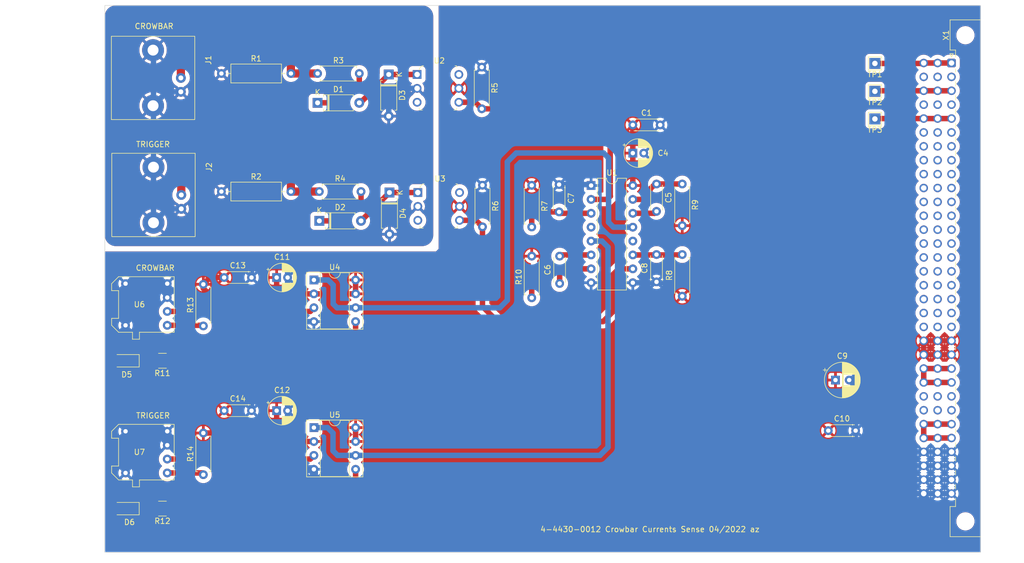
<source format=kicad_pcb>
(kicad_pcb (version 20221018) (generator pcbnew)

  (general
    (thickness 1.6)
  )

  (paper "A4")
  (layers
    (0 "F.Cu" signal)
    (31 "B.Cu" signal)
    (32 "B.Adhes" user "B.Adhesive")
    (33 "F.Adhes" user "F.Adhesive")
    (34 "B.Paste" user)
    (35 "F.Paste" user)
    (36 "B.SilkS" user "B.Silkscreen")
    (37 "F.SilkS" user "F.Silkscreen")
    (38 "B.Mask" user)
    (39 "F.Mask" user)
    (40 "Dwgs.User" user "User.Drawings")
    (41 "Cmts.User" user "User.Comments")
    (42 "Eco1.User" user "User.Eco1")
    (43 "Eco2.User" user "User.Eco2")
    (44 "Edge.Cuts" user)
    (45 "Margin" user)
    (46 "B.CrtYd" user "B.Courtyard")
    (47 "F.CrtYd" user "F.Courtyard")
    (48 "B.Fab" user)
    (49 "F.Fab" user)
    (50 "User.1" user)
    (51 "User.2" user)
    (52 "User.3" user)
    (53 "User.4" user)
    (54 "User.5" user)
    (55 "User.6" user)
    (56 "User.7" user)
    (57 "User.8" user)
    (58 "User.9" user)
  )

  (setup
    (stackup
      (layer "F.SilkS" (type "Top Silk Screen"))
      (layer "F.Paste" (type "Top Solder Paste"))
      (layer "F.Mask" (type "Top Solder Mask") (thickness 0.01))
      (layer "F.Cu" (type "copper") (thickness 0.035))
      (layer "dielectric 1" (type "core") (thickness 1.51) (material "FR4") (epsilon_r 4.5) (loss_tangent 0.02))
      (layer "B.Cu" (type "copper") (thickness 0.035))
      (layer "B.Mask" (type "Bottom Solder Mask") (thickness 0.01))
      (layer "B.Paste" (type "Bottom Solder Paste"))
      (layer "B.SilkS" (type "Bottom Silk Screen"))
      (copper_finish "None")
      (dielectric_constraints no)
    )
    (pad_to_mask_clearance 0)
    (pcbplotparams
      (layerselection 0x00010fc_ffffffff)
      (plot_on_all_layers_selection 0x0000000_00000000)
      (disableapertmacros false)
      (usegerberextensions false)
      (usegerberattributes true)
      (usegerberadvancedattributes true)
      (creategerberjobfile true)
      (dashed_line_dash_ratio 12.000000)
      (dashed_line_gap_ratio 3.000000)
      (svgprecision 6)
      (plotframeref false)
      (viasonmask false)
      (mode 1)
      (useauxorigin false)
      (hpglpennumber 1)
      (hpglpenspeed 20)
      (hpglpendiameter 15.000000)
      (dxfpolygonmode true)
      (dxfimperialunits true)
      (dxfusepcbnewfont true)
      (psnegative false)
      (psa4output false)
      (plotreference true)
      (plotvalue true)
      (plotinvisibletext false)
      (sketchpadsonfab false)
      (subtractmaskfromsilk false)
      (outputformat 1)
      (mirror false)
      (drillshape 1)
      (scaleselection 1)
      (outputdirectory "")
    )
  )

  (net 0 "")
  (net 1 "+5V")
  (net 2 "GND")
  (net 3 "Net-(U1A-1CxRx)")
  (net 4 "GND1")
  (net 5 "Net-(U1A-1Cx)")
  (net 6 "Net-(U1B-2CxRx)")
  (net 7 "Net-(U1B-2Cx)")
  (net 8 "Net-(U1A-1R)")
  (net 9 "Net-(U1B-2R)")
  (net 10 "Net-(D1-K)")
  (net 11 "Net-(D1-A)")
  (net 12 "Net-(D2-K)")
  (net 13 "Net-(D2-A)")
  (net 14 "Net-(D5-K)")
  (net 15 "Net-(D6-K)")
  (net 16 "Net-(J1-In)")
  (net 17 "Net-(J2-In)")
  (net 18 "Net-(U1A-1B)")
  (net 19 "Net-(U1B-2B)")
  (net 20 "Net-(U4-2Y)")
  (net 21 "Net-(U5-2Y)")
  (net 22 "Net-(U6-ANODE)")
  (net 23 "Net-(U7-ANODE)")
  (net 24 "unconnected-(U1A-1Q-Pad4)")
  (net 25 "Net-(U5-1A)")
  (net 26 "unconnected-(U1B-2Q-Pad12)")
  (net 27 "Net-(U4-1A)")
  (net 28 "Net-(U4-1Y)")
  (net 29 "unconnected-(U2-Pad3)")
  (net 30 "unconnected-(U2-Pad6)")
  (net 31 "unconnected-(U3-Pad3)")
  (net 32 "unconnected-(U3-Pad6)")
  (net 33 "Net-(U5-1Y)")
  (net 34 "unconnected-(X1-Pada2)")
  (net 35 "unconnected-(X1-Pada4)")
  (net 36 "unconnected-(X1-Pada6)")
  (net 37 "unconnected-(X1-Pada7)")
  (net 38 "unconnected-(X1-Pada8)")
  (net 39 "unconnected-(X1-Pada9)")
  (net 40 "unconnected-(X1-Pada10)")
  (net 41 "unconnected-(X1-Pada11)")
  (net 42 "unconnected-(X1-Pada12)")
  (net 43 "unconnected-(X1-Pada13)")
  (net 44 "unconnected-(X1-Pada14)")
  (net 45 "unconnected-(X1-Pada15)")
  (net 46 "unconnected-(X1-Pada16)")
  (net 47 "unconnected-(X1-Pada17)")
  (net 48 "unconnected-(X1-Pada18)")
  (net 49 "unconnected-(X1-Pada19)")
  (net 50 "unconnected-(X1-Pada20)")
  (net 51 "+15V")
  (net 52 "unconnected-(X1-Pada25)")
  (net 53 "unconnected-(X1-Pada26)")
  (net 54 "+24V")
  (net 55 "unconnected-(X1-Padb2)")
  (net 56 "unconnected-(X1-Padb4)")
  (net 57 "unconnected-(X1-Padb6)")
  (net 58 "unconnected-(X1-Padb7)")
  (net 59 "unconnected-(X1-Padb8)")
  (net 60 "unconnected-(X1-Padb9)")
  (net 61 "unconnected-(X1-Padb10)")
  (net 62 "unconnected-(X1-Padb11)")
  (net 63 "unconnected-(X1-Padb12)")
  (net 64 "unconnected-(X1-Padb13)")
  (net 65 "unconnected-(X1-Padb14)")
  (net 66 "unconnected-(X1-Padb15)")
  (net 67 "unconnected-(X1-Padb16)")
  (net 68 "unconnected-(X1-Padb17)")
  (net 69 "unconnected-(X1-Padb18)")
  (net 70 "unconnected-(X1-Padb19)")
  (net 71 "unconnected-(X1-Padb20)")
  (net 72 "unconnected-(X1-Padb25)")
  (net 73 "unconnected-(X1-Padb26)")
  (net 74 "unconnected-(X1-Padc2)")
  (net 75 "unconnected-(X1-Padc4)")
  (net 76 "unconnected-(X1-Padc6)")
  (net 77 "unconnected-(X1-Padc7)")
  (net 78 "unconnected-(X1-Padc8)")
  (net 79 "unconnected-(X1-Padc9)")
  (net 80 "unconnected-(X1-Padc10)")
  (net 81 "unconnected-(X1-Padc11)")
  (net 82 "unconnected-(X1-Padc12)")
  (net 83 "unconnected-(X1-Padc13)")
  (net 84 "unconnected-(X1-Padc14)")
  (net 85 "unconnected-(X1-Padc15)")
  (net 86 "unconnected-(X1-Padc16)")
  (net 87 "unconnected-(X1-Padc17)")
  (net 88 "unconnected-(X1-Padc18)")
  (net 89 "unconnected-(X1-Padc19)")
  (net 90 "unconnected-(X1-Padc20)")
  (net 91 "unconnected-(X1-Padc25)")
  (net 92 "unconnected-(X1-Padc26)")
  (net 93 "/T1")
  (net 94 "/T3")
  (net 95 "/T5")

  (footprint "Resistor_THT:R_Axial_DIN0207_L6.3mm_D2.5mm_P7.62mm_Horizontal" (layer "F.Cu") (at 89.19 69.03))

  (footprint "my_library:BNC_amphenol_TH" (layer "F.Cu") (at 50 68.38 90))

  (footprint "Capacitor_THT:C_Disc_D4.3mm_W1.9mm_P5.00mm" (layer "F.Cu") (at 182.182379 112.75))

  (footprint "Resistor_THT:R_Axial_DIN0207_L6.3mm_D2.5mm_P7.62mm_Horizontal" (layer "F.Cu") (at 155.5 67.65 -90))

  (footprint "Resistor_THT:R_Axial_DIN0309_L9.0mm_D3.2mm_P12.70mm_Horizontal" (layer "F.Cu") (at 71.3 69.03))

  (footprint "my_library:Versatile_Link" (layer "F.Cu") (at 56.325 123.0325 180))

  (footprint "Capacitor_THT:C_Disc_D4.3mm_W1.9mm_P5.00mm" (layer "F.Cu") (at 150.8 85.55 90))

  (footprint "Resistor_THT:R_Axial_DIN0207_L6.3mm_D2.5mm_P7.62mm_Horizontal" (layer "F.Cu") (at 128 67.89 -90))

  (footprint "TestPoint:TestPoint_THTPad_2.0x2.0mm_Drill1.0mm" (layer "F.Cu") (at 190.7 45.6 180))

  (footprint "TestPoint:TestPoint_THTPad_2.0x2.0mm_Drill1.0mm" (layer "F.Cu") (at 190.7 55.75 180))

  (footprint "Resistor_THT:R_Axial_DIN0309_L9.0mm_D3.2mm_P12.70mm_Horizontal" (layer "F.Cu") (at 71.3 47.44))

  (footprint "Capacitor_THT:C_Disc_D4.3mm_W1.9mm_P5.00mm" (layer "F.Cu") (at 133.1 85.84 90))

  (footprint "Capacitor_THT:C_Disc_D4.3mm_W1.9mm_P5.00mm" (layer "F.Cu") (at 71.8 109.1))

  (footprint "my_library:Versatile_Link" (layer "F.Cu") (at 56.325 96.0325 180))

  (footprint "Capacitor_THT:C_Disc_D4.3mm_W1.9mm_P5.00mm" (layer "F.Cu") (at 146.47 56.8452))

  (footprint "Capacitor_THT:C_Disc_D4.3mm_W1.9mm_P5.00mm" (layer "F.Cu") (at 71.8 84.75))

  (footprint "Capacitor_THT:C_Disc_D4.3mm_W1.9mm_P5.00mm" (layer "F.Cu") (at 150.8 67.65 -90))

  (footprint "Package_DIP:DIP-8_W7.62mm_Socket" (layer "F.Cu") (at 88.2 85.2))

  (footprint "Resistor_THT:R_Axial_DIN0207_L6.3mm_D2.5mm_P7.62mm_Horizontal" (layer "F.Cu") (at 128 88.46 90))

  (footprint "Resistor_THT:R_Axial_DIN0207_L6.3mm_D2.5mm_P7.62mm_Horizontal" (layer "F.Cu") (at 68 120.81 90))

  (footprint "LED_SMD:LED_1206_3216Metric_Pad1.42x1.75mm_HandSolder" (layer "F.Cu") (at 53.8226 99.9744 180))

  (footprint "my_library:BNC_amphenol_TH" (layer "F.Cu") (at 49.922 46.98 90))

  (footprint "Diode_THT:D_A-405_P7.62mm_Horizontal" (layer "F.Cu") (at 89.19 74.39))

  (footprint "Capacitor_THT:CP_Radial_D5.0mm_P2.00mm" (layer "F.Cu") (at 146.47 62))

  (footprint "Package_DIP:DIP-16_W7.62mm" (layer "F.Cu") (at 138.85 67.925))

  (footprint "digikey-footprints:DIP-6_W7.62mm" (layer "F.Cu") (at 107.19 69.21))

  (footprint "LED_SMD:LED_1206_3216Metric_Pad1.42x1.75mm_HandSolder" (layer "F.Cu") (at 53.8226 127.010668 180))

  (footprint "Package_DIP:DIP-8_W7.62mm_Socket" (layer "F.Cu") (at 88.2 112.2))

  (footprint "Capacitor_THT:C_Disc_D4.3mm_W1.9mm_P5.00mm" (layer "F.Cu") (at 133 67.75 -90))

  (footprint "Capacitor_THT:CP_Radial_D6.3mm_P2.50mm" (layer "F.Cu") (at 183.5 103.5))

  (footprint "Diode_THT:D_A-405_P7.62mm_Horizontal" (layer "F.Cu") (at 101.872 47.62 -90))

  (footprint "Resistor_THT:R_Axial_DIN0207_L6.3mm_D2.5mm_P7.62mm_Horizontal" (layer "F.Cu") (at 155.5 88.17 90))

  (footprint "digikey-footprints:DIP-6_W7.62mm" (layer "F.Cu") (at 107.062 47.62))

  (footprint "Diode_THT:D_A-405_P7.62mm_Horizontal" (layer "F.Cu") (at 88.872 52.8))

  (footprint "Capacitor_THT:CP_Radial_D5.0mm_P2.00mm" (layer "F.Cu")
    (tstamp c0c3e2b6-4759-48ec-95b1-882d85817a23)
    (at 81.394888 109.1)
    (descr "CP, Radial series, Radial, pin pitch=2.00mm, , diameter=5mm, Electrolytic Capacitor")
    (tags "CP Radial series Radial pin pitch 2.00mm  diameter 5mm Electrolytic Capacitor")
    (property "Sheetfile" "47_Crowbar_current_sense_V2.kicad_sch")
    (property "Sheetname" "")
    (path "/a560f403-c7e0-4d97-9b6c-c5351bebb237")
    (attr through_hole)
    (fp_text reference "C12" (at 1 -3.75) (layer "F.SilkS")
        (effects (font (size 1 1) (thickness 0.15)))
      (tstamp d7fccf28-3bfa-4b51-bf91-5d4755a0686e)
    )
    (fp_text value "1u" (at 1 3.75) (layer "F.Fab")
        (effects (font (size 1 1) (thickness 0.15)))
      (tstamp a0af1aa5-82ff-4825-8836-86496e7db65f)
    )
    (fp_text user "${REFERENCE}" (at 1 0) (layer "F.Fab")
        (effects (font (size 1 1) (thickness 0.15)))
      (tstamp f22aae5d-f6eb-438b-9ba4-dcb7ba01f85f)
    )
    (fp_line (start -1.804775 -1.475) (end -1.304775 -1.475)
      (stroke (width 0.12) (type solid)) (layer "F.SilkS") (tstamp 9b84db75-decc-418f-80b8-9703cc547aae))
    (fp_line (start -1.554775 -1.725) (end -1.554775 -1.225)
      (stroke (width 0.12) (type solid)) (layer "F.SilkS") (tstamp 4e944601-14c5-4478-a9d6-8d2ad19dcc43))
    (fp_line (start 1 -2.58) (end 1 -1.04)
      (stroke (width 0.12) (type solid)) (layer "F.SilkS") (tstamp b5b863ac-a506-4b3e-baa9-6daff41ac83f))
    (fp_line (start 1 1.04) (end 1 2.58)
      (stroke (width 0.12) (type solid)) (layer "F.SilkS") (tstamp 75f982a1-6ab8-4209-a4a8-58e41c3ce9c1))
    (fp_line (start 1.04 -2.58) (end 1.04 -1.04)
      (stroke (width 0.12) (type solid)) (layer "F.SilkS") (tstamp 946b1da9-be3d-46a5-8490-1a85862f3b88))
    (fp_line (start 1.04 1.04) (end 1.04 2.58)
      (stroke (width 0.12) (type solid)) (layer "F.SilkS") (tstamp ad541cb2-f097-4769-b1c0-c1cca23ca9bd))
    (fp_line (start 1.08 -2.579) (end 1.08 -1.04)
      (stroke (width 0.12) (type solid)) (layer "F.SilkS") (tstamp 7badec54-dd0c-405a-acf1-25eff9460213))
    (fp_line (start 1.08 1.04) (end 1.08 2.579)
      (stroke (width 0.12) (type solid)) (layer "F.SilkS") (tstamp ec1c193f-86ec-48fc-a26b-de8201d681ac))
    (fp_line (start 1.12 -2.578) (end 1.12 -1.04)
      (stroke (width 0.12) (type solid)) (layer "F.SilkS") (tstamp 077985bd-c8a6-43b8-af30-1141a8334306))
    (fp_line (start 1.12 1.04) (end 1.12 2.578)
      (stroke (width 0.12) (type solid)) (layer "F.SilkS") (tstamp 3c3e78d8-62d7-4020-ae7c-c489234b27d5))
    (fp_line (start 1.16 -2.576) (end 1.16 -1.04)
      (stroke (width 0.12) (type solid)) (layer "F.SilkS") (tstamp 9caefee8-6dcd-4815-b6e5-c75999fb9c90))
    (fp_line (start 1.16 1.04) (end 1.16 2.576)
      (stroke (width 0.12) (type solid)) (layer "F.SilkS") (tstamp 977371ef-232c-40b3-8805-7fed7909b206))
    (fp_line (start 1.2 -2.573) (end 1.2 -1.04)
      (stroke (width 0.12) (type solid)) (layer "F.SilkS") (tstamp e3877396-3ff6-4b1d-9715-0d1a70961579))
    (fp_line (start 1.2 1.04) (end 1.2 2.573)
      (stroke (width 0.12) (type solid)) (layer "F.SilkS") (tstamp f094eb5d-05c7-4c16-84d0-9d4665317bfb))
    (fp_line (start 1.24 -2.569) (end 1.24 -1.04)
      (stroke (width 0.12) (type solid)) (layer "F.SilkS") (tstamp 4ff71e44-dddb-450e-9f6f-fe3947968fd4))
    (fp_line (start 1.24 1.04) (end 1.24 2.569)
      (stroke (width 0.12) (type solid)) (layer "F.SilkS") (tstamp 138f5600-7fba-4219-9f21-9ce4066a1d82))
    (fp_line (start 1.28 -2.565) (end 1.28 -1.04)
      (stroke (width 0.12) (type solid)) (layer "F.SilkS") (tstamp b5691874-e380-4013-b466-13948504ae2f))
    (fp_line (start 1.28 1.04) (end 1.28 2.565)
      (stroke (width 0.12) (type solid)) (layer "F.SilkS") (tstamp 5b86cb50-e2ef-475e-93e3-77fea6b5a690))
    (fp_line (start 1.32 -2.561) (end 1.32 -1.04)
      (stroke (width 0.12) (type solid)) (layer "F.SilkS") (tstamp 7167e0fb-15b0-446d-969c-ecf63e50097d))
    (fp_line (start 1.32 1.04) (end 1.32 2.561)
      (stroke (width 0.12) (type solid)) (layer "F.SilkS") (tstamp c25b90aa-c787-46a1-8b80-e5b9fd45039a))
    (fp_line (start 1.36 -2.556) (end 1.36 -1.04)
      (stroke (width 0.12) (type solid)) (layer "F.SilkS") (tstamp 1cd08355-701e-4fba-886f-d48517dcccf5))
    (fp_line (start 1.36 1.04) (end 1.36 2.556)
      (stroke (width 0.12) (type solid)) (layer "F.SilkS") (tstamp 2f8dfa45-14b0-4de4-b3b0-e7b73da81a0a))
    (fp_line (start 1.4 -2.55) (end 1.4 -1.04)
      (stroke (width 0.12) (type solid)) (layer "F.SilkS") (tstamp 84282cc7-416d-48c2-ae9f-c0149b35065e))
    (fp_line (start 1.4 1.04) (end 1.4 2.55)
      (stroke (width 0.12) (type solid)) (layer "F.SilkS") (tstamp eb79b938-dc23-4503-beb0-3634b653c9e4))
    (fp_line (start 1.44 -2.543) (end 1.44 -1.04)
      (stroke (width 0.12) (type solid)) (layer "F.SilkS") (tstamp c2f8c49f-d49f-49e2-940a-a7b9765ffdf0))
    (fp_line (start 1.44 1.04) (end 1.44 2.543)
      (stroke (width 0.12) (type solid)) (layer "F.SilkS") (tstamp 2be498d5-e7b2-4098-b853-d60412f65c3b))
    (fp_line (start 1.48 -2.536) (end 1.48 -1.04)
      (stroke (width 0.12) (type solid)) (layer "F.SilkS") (tstamp 24fbbd33-4896-414c-ba79-167809dd0e90))
    (fp_line (start 1.48 1.04) (end 1.48 2.536)
      (stroke (width 0.12) (type solid)) (layer "F.SilkS") (tstamp a281de60-7af0-498c-be0b-24572e88b490))
    (fp_line (start 1.52 -2.528) (end 1.52 -1.04)
      (stroke (width 0.12) (type solid)) (layer "F.SilkS") (tstamp 1b8d5810-67b5-41f5-a4e9-e6c2cc9fec50))
    (fp_line (start 1.52 1.04) (end 1.52 2.528)
      (stroke (width 0.12) (type solid)) (layer "F.SilkS") (tstamp c9dc1467-f8a9-424e-ab40-9eace7cb7fbb))
    (fp_line (start 1.56 -2.52) (end 1.56 -1.04)
      (stroke (width 0.12) (type solid)) (layer "F.SilkS") (tstamp 504b138d-cda6-48ea-a44b-2c0d0cf874fc))
    (fp_line (start 1.56 1.04) (end 1.56 2.52)
      (stroke (width 0.12) (type solid)) (layer "F.SilkS") (tstamp d90db84e-7df3-4d1b-b263-27f7c3991121))
    (fp_line (start 1.6 -2.511) (end 1.6 -1.04)
      (stroke (width 0.12) (type solid)) (layer "F.SilkS") (tstamp d52775ee-dd56-474f-8b5c-c66029880e5c))
    (fp_line (start 1.6 1.04) (end 1.6 2.511)
      (stroke (width 0.12) (type solid)) (layer "F.SilkS") (tstamp 2aa21f9e-73e7-40d1-a630-0290bc6939b1))
    (fp_line (start 1.64 -2.501) (end 1.64 -1.04)
      (stroke (width 0.12) (type solid)) (layer "F.SilkS") (tstamp 7ca09fd4-d48a-436a-8dbe-2bf5119efecb))
    (fp_line (start 1.64 1.04) (end 1.64 2.501)
      (stroke (width 0.12) (type solid)) (layer "F.SilkS") (tstamp aa565413-e7e1-4f3c-8a91-55e3e0a6e3ef))
    (fp_line (start 1.68 -2.491) (end 1.68 -1.04)
      (stroke (width 0.12) (type solid)) (layer "F.SilkS") (tstamp b78bfc8f-0469-4499-ad41-c131461c3c5d))
    (fp_line (start 1.68 1.04) (end 1.68 2.491)
      (stroke (width 0.12) (type solid)) (layer "F.SilkS") (tstamp 4221b138-87b6-4073-a6e3-acb41ba2e601))
    (fp_line (start 1.721 -2.48) (end 1.721 -1.04)
      (stroke (width 0.12) (type solid)) (layer "F.SilkS") (tstamp 965bc598-5f52-4615-847f-179635cd5cde))
    (fp_line (start 1.721 1.04) (end 1.721 2.48)
      (stroke (width 0.12) (type solid)) (layer "F.SilkS") (tstamp 833beff7-0439-4b25-8f23-ed949f699ed1))
    (fp_line (start 1.761 -2.468) (end 1.761 -1.04)
      (stroke (width 0.12) (type solid)) (layer "F.SilkS") (tstamp 07838c19-bdee-4759-9a7b-a62a5deb9737))
    (fp_line (start 1.761 1.04) (end 1.761 2.468)
      (stroke (width 0.12) (type solid)) (layer "F.SilkS") (tstamp a6d1221a-1077-412d-8a73-7025f9b4ca20))
    (fp_line (start 1.801 -2.455) (end 1.801 -1.04)
      (stroke (width 0.12) (type solid)) (layer "F.SilkS") (tstamp 2aabebab-10c6-4637-946b-cda31980f550))
    (fp_line (start 1.801 1.04) (end 1.801 2.455)
      (stroke (width 0.12) (type solid)) (layer "F.SilkS") (tstamp 18ee575f-d41e-4a26-ac0a-b229112d8877))
    (fp_line (start 1.841 -2.442) (end 1.841 -1.04)
      (stroke (width 0.12) (type solid)) (layer "F.SilkS") (tstamp 3381b763-2886-4e76-a243-cbcc2ec8a032))
    (fp_line (start 1.841 1.04) (end 1.841 2.442)
      (stroke (width 0.12) (type solid)) (layer "F.SilkS") (tstamp 4fe15866-5386-4410-a27b-4fc15182a4f3))
    (fp_line (start 1.881 -2.428) (end 1.881 -1.04)
      (stroke (width 0.12) (type solid)) (layer "F.SilkS") (tstamp c6e8924b-3698-49bc-af6d-d7a327eada39))
    (fp_line (start 1.881 1.04) (end 1.881 2.428)
      (stroke (width 0.12) (type solid)) (layer "F.SilkS") (tstamp b90997e2-4c7f-4479-862f-ab35dfea4f77))
    (fp_line (start 1.921 -2.414) (end 1.921 -1.04)
      (stroke (width 0.12) (type solid)) (layer "F.SilkS") (tstamp 8fa4f87a-9012-4f6f-a6c0-ec1c5f716184))
    (fp_line (start 1.921 1.04) (end 1.921 2.414)
      (stroke (width 0.12) (type solid)) (layer "F.SilkS") (tstamp 08fae221-7b6f-4c57-be73-6210c6206091))
    (fp_line (start 1.961 -2.398) (end 1.961 -1.04)
      (stroke (width 0.12) (type solid)) (layer "F.SilkS") (tstamp 9ad54c14-6dd1-4741-ab11-80a0275cae72))
    (fp_line (start 1.961 1.04) (end 1.961 2.398)
      (stroke (width 0.12) (type solid)) (layer "F.SilkS") (tstamp dc2e4d69-ab4d-4864-999d-7aa340dd63c7))
    (fp_line (start 2.001 -2.382) (end 2.001 -1.04)
      (stroke (width 0.12) (type solid)) (layer "F.SilkS") (tstamp 3b5147db-69cc-4871-96a7-79c3437a6213))
    (fp_line (start 2.001 1.04) (end 2.001 2.382)
      (stroke (width 0.12) (type solid)) (layer "F.SilkS") (tstamp 21a4e5f9-158c-4a1e-a6d3-12c826291e62))
    (fp_line (start 2.041 -2.365) (end 2.041 -1.04)
      (stroke (width 0.12) (type solid)) (layer "F.SilkS") (tstamp 646182ef-83d3-48ef-8f13-39bd3cf49786))
    (fp_line (start 2.041 1.04) (end 2.041 2.365)
      (stroke (width 0.12) (type solid)) (layer "F.SilkS") (tstamp 9e39ed40-271f-40f8-b1c9-20b888c10512))
    (fp_line (start 2.081 -2.348) (end 2.081 -1.04)
      (stroke (width 0.12) (type solid)) (layer "F.SilkS") (tstamp fe0a8ab1-7b25-4d9a-9a3b-f8c5e10b289a))
    (fp_line (start 2.081 1.04) (end 2.081 2.348)
      (stroke (width 0.12) (type solid)) (layer "F.SilkS") (tstamp 689e49bf-7f41-4390-9297-8151fb94eb64))
    (fp_line (start 2.121 -2.329) (end 2.121 -1.04)
      (stroke (width 0.12) (type solid)) (layer "F.SilkS") (tstamp 6e9aab82-e6c0-4960-99af-e7c5a83d520f))
... [716679 chars truncated]
</source>
